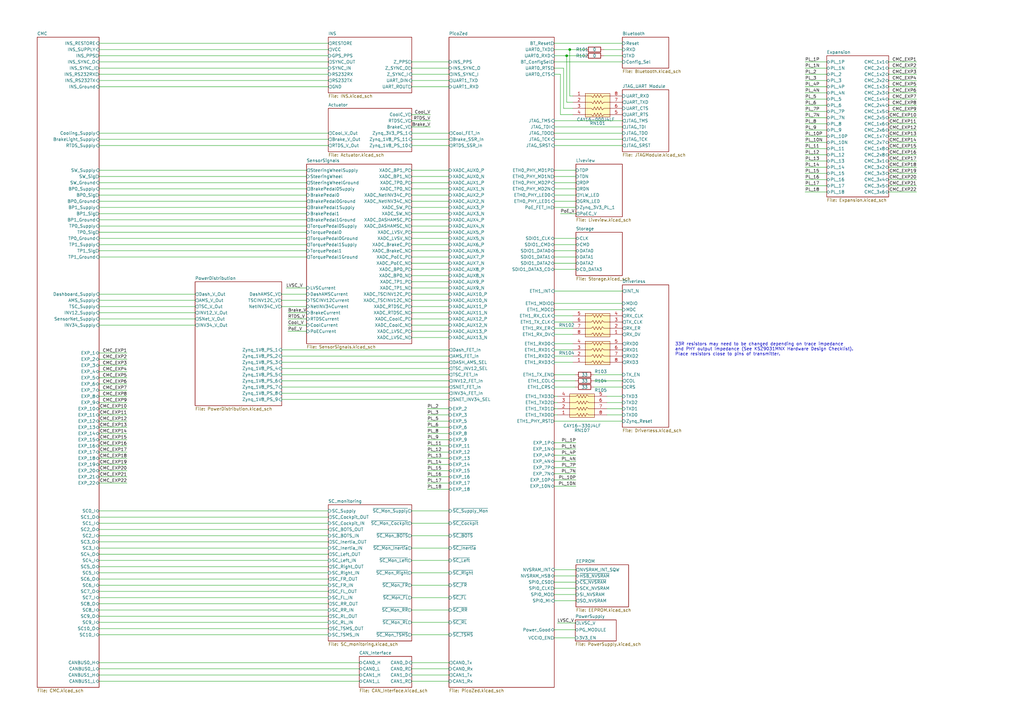
<source format=kicad_sch>
(kicad_sch (version 20231120) (generator "eeschema") (generator_version "8.0")
  (paper "A3")
  (title_block (title "Zynq-Based Master Controller") (date "2020-10-14") (rev "1.0") (company "JFH & SRM"))
  (lib_symbols
    (symbol "Device:R" (pin_numbers hide) (pin_names (offset 0))
      (property "Reference" "R" (at 2.032 0 90))
      (property "Value" "R" (at 0 0 90))
      (symbol "R_0_1"
        (rectangle (start -1.016 -2.54) (end 1.016 2.54) (stroke (width 0.254)))
      )
      (symbol "R_1_1"
        (pin passive line (at 0 3.81 270) (length 1.27) (name "~") (number "1"))
        (pin passive line (at 0 -3.81 90) (length 1.27) (name "~") (number "2"))
      )
    )
    (symbol "Vikings_passives:CAY16-000J4LF" (pin_names (offset 1.016) hide)
      (property "Reference" "RN" (at 8.255 5.08 0))
      (property "Value" "CAY16-000J4LF" (at 1.905 2.54 0))
      (symbol "CAY16-000J4LF_0_1"
        (polyline (pts (xy 5.08 -7.62) (xy 7.62 -7.62) (xy 8.255 -8.255) (xy 8.89 -6.985) (xy 9.525 -8.255) (xy 10.16 -6.985) (xy 10.795 -8.255) (xy 11.43 -6.985) (xy 12.065 -8.255) (xy 12.7 -7.62) (xy 15.24 -7.62)))
      )
      (symbol "CAY16-000J4LF_1_1"
        (polyline (pts (xy 5.08 -5.08) (xy 7.62 -5.08) (xy 8.255 -5.715) (xy 8.89 -4.445) (xy 9.525 -5.715) (xy 10.16 -4.445) (xy 10.795 -5.715) (xy 11.43 -4.445) (xy 12.065 -5.715) (xy 12.7 -5.08) (xy 15.24 -5.08)))
        (polyline (pts (xy 5.08 -2.54) (xy 7.62 -2.54) (xy 8.255 -3.175) (xy 8.89 -1.905) (xy 9.525 -3.175) (xy 10.16 -1.905) (xy 10.795 -3.175) (xy 11.43 -1.905) (xy 12.065 -3.175) (xy 12.7 -2.54) (xy 15.24 -2.54)))
        (polyline (pts (xy 5.08 0) (xy 7.62 0) (xy 8.255 -0.635) (xy 8.89 0.635) (xy 9.525 -0.635) (xy 10.16 0.635) (xy 10.795 -0.635) (xy 11.43 0.635) (xy 12.065 -0.635) (xy 12.7 0) (xy 15.24 0)))
        (rectangle (start 5.08 -8.6106) (end 15.24 1.0414) (fill (type background)))
        (pin passive line (at 0 0 0) (length 5.08) (name "1") (number "1"))
        (pin passive line (at 0 -2.54 0) (length 5.08) (name "2") (number "2"))
        (pin passive line (at 0 -5.08 0) (length 5.08) (name "3") (number "3"))
        (pin passive line (at 0 -7.62 0) (length 5.08) (name "4") (number "4"))
        (pin passive line (at 20.32 -7.62 180) (length 5.08) (name "5") (number "5"))
        (pin passive line (at 20.32 -5.08 180) (length 5.08) (name "6") (number "6"))
        (pin passive line (at 20.32 -2.54 180) (length 5.08) (name "7") (number "7"))
        (pin passive line (at 20.32 0 180) (length 5.08) (name "8") (number "8"))
      )
    )
    (symbol "Vikings_passives:CAY16-330J4LF" (pin_names (offset 1.016) hide)
      (property "Reference" "RN" (at 8.255 5.08 0))
      (property "Value" "CAY16-330J4LF" (at 1.905 2.54 0))
      (symbol "CAY16-330J4LF_0_1"
        (polyline (pts (xy 5.08 -7.62) (xy 7.62 -7.62) (xy 8.255 -8.255) (xy 8.89 -6.985) (xy 9.525 -8.255) (xy 10.16 -6.985) (xy 10.795 -8.255) (xy 11.43 -6.985) (xy 12.065 -8.255) (xy 12.7 -7.62) (xy 15.24 -7.62)))
      )
      (symbol "CAY16-330J4LF_1_1"
        (polyline (pts (xy 5.08 -5.08) (xy 7.62 -5.08) (xy 8.255 -5.715) (xy 8.89 -4.445) (xy 9.525 -5.715) (xy 10.16 -4.445) (xy 10.795 -5.715) (xy 11.43 -4.445) (xy 12.065 -5.715) (xy 12.7 -5.08) (xy 15.24 -5.08)))
        (polyline (pts (xy 5.08 -2.54) (xy 7.62 -2.54) (xy 8.255 -3.175) (xy 8.89 -1.905) (xy 9.525 -3.175) (xy 10.16 -1.905) (xy 10.795 -3.175) (xy 11.43 -1.905) (xy 12.065 -3.175) (xy 12.7 -2.54) (xy 15.24 -2.54)))
        (polyline (pts (xy 5.08 0) (xy 7.62 0) (xy 8.255 -0.635) (xy 8.89 0.635) (xy 9.525 -0.635) (xy 10.16 0.635) (xy 10.795 -0.635) (xy 11.43 0.635) (xy 12.065 -0.635) (xy 12.7 0) (xy 15.24 0)))
        (rectangle (start 5.08 -8.6106) (end 15.24 1.0414) (fill (type background)))
        (pin passive line (at 0 0 0) (length 5.08) (name "1") (number "1"))
        (pin passive line (at 0 -2.54 0) (length 5.08) (name "2") (number "2"))
        (pin passive line (at 0 -5.08 0) (length 5.08) (name "3") (number "3"))
        (pin passive line (at 0 -7.62 0) (length 5.08) (name "4") (number "4"))
        (pin passive line (at 20.32 -7.62 180) (length 5.08) (name "5") (number "5"))
        (pin passive line (at 20.32 -5.08 180) (length 5.08) (name "6") (number "6"))
        (pin passive line (at 20.32 -2.54 180) (length 5.08) (name "7") (number "7"))
        (pin passive line (at 20.32 0 180) (length 5.08) (name "8") (number "8"))
      )
    )
  )
  (junction (at 232.41 22.86))
  (junction (at 233.68 20.32))
  (wire (pts (xy 227.33 22.86) (xy 232.41 22.86)))
  (wire (pts (xy 248.92 170.18) (xy 255.27 170.18)))
  (wire (pts (xy 40.64 185.42) (xy 52.07 185.42)))
  (wire (pts (xy 40.64 177.8) (xy 52.07 177.8)))
  (wire (pts (xy 330.2 38.1) (xy 339.09 38.1)))
  (wire (pts (xy 168.91 57.15) (xy 184.15 57.15)))
  (wire (pts (xy 227.33 69.85) (xy 236.22 69.85)))
  (wire (pts (xy 176.53 49.53) (xy 168.91 49.53)))
  (wire (pts (xy 234.95 44.45) (xy 231.14 44.45)))
  (wire (pts (xy 134.62 27.94) (xy 40.64 27.94)))
  (wire (pts (xy 40.64 152.4) (xy 52.07 152.4)))
  (wire (pts (xy 330.2 73.66) (xy 339.09 73.66)))
  (wire (pts (xy 236.22 196.85) (xy 227.33 196.85)))
  (wire (pts (xy 227.33 132.08) (xy 234.95 132.08)))
  (wire (pts (xy 330.2 53.34) (xy 339.09 53.34)))
  (wire (pts (xy 175.26 193.04) (xy 184.15 193.04)))
  (wire (pts (xy 115.57 123.19) (xy 125.73 123.19)))
  (wire (pts (xy 115.57 125.73) (xy 125.73 125.73)))
  (wire (pts (xy 227.33 49.53) (xy 255.27 49.53)))
  (wire (pts (xy 40.64 252.73) (xy 134.62 252.73)))
  (wire (pts (xy 227.33 236.22) (xy 236.22 236.22)))
  (wire (pts (xy 40.64 167.64) (xy 52.07 167.64)))
  (wire (pts (xy 134.62 57.15) (xy 40.64 57.15)))
  (wire (pts (xy 227.33 148.59) (xy 234.95 148.59)))
  (wire (pts (xy 175.26 195.58) (xy 184.15 195.58)))
  (wire (pts (xy 247.65 22.86) (xy 255.27 22.86)))
  (wire (pts (xy 168.91 120.65) (xy 184.15 120.65)))
  (wire (pts (xy 255.27 158.75) (xy 243.586 158.75)))
  (wire (pts (xy 227.33 172.72) (xy 255.27 172.72)))
  (wire (pts (xy 227.33 156.21) (xy 235.966 156.21)))
  (wire (pts (xy 364.49 55.88) (xy 375.92 55.88)))
  (wire (pts (xy 168.91 82.55) (xy 184.15 82.55)))
  (wire (pts (xy 184.15 276.86) (xy 168.91 276.86)))
  (wire (pts (xy 168.91 35.56) (xy 184.15 35.56)))
  (wire (pts (xy 147.32 271.78) (xy 40.64 271.78)))
  (wire (pts (xy 330.2 40.64) (xy 339.09 40.64)))
  (wire (pts (xy 168.91 224.79) (xy 184.15 224.79)))
  (wire (pts (xy 184.15 271.78) (xy 168.91 271.78)))
  (wire (pts (xy 134.62 234.95) (xy 40.64 234.95)))
  (wire (pts (xy 227.33 20.32) (xy 233.68 20.32)))
  (wire (pts (xy 228.6 170.18) (xy 227.33 170.18)))
  (wire (pts (xy 227.33 57.15) (xy 255.27 57.15)))
  (wire (pts (xy 330.2 35.56) (xy 339.09 35.56)))
  (wire (pts (xy 255.27 167.64) (xy 248.92 167.64)))
  (wire (pts (xy 227.33 246.38) (xy 236.22 246.38)))
  (wire (pts (xy 40.64 187.96) (xy 52.07 187.96)))
  (wire (pts (xy 40.64 195.58) (xy 52.07 195.58)))
  (wire (pts (xy 115.57 161.29) (xy 184.15 161.29)))
  (wire (pts (xy 168.91 30.48) (xy 184.15 30.48)))
  (wire (pts (xy 168.91 130.81) (xy 184.15 130.81)))
  (wire (pts (xy 40.64 102.87) (xy 125.73 102.87)))
  (wire (pts (xy 40.64 182.88) (xy 52.07 182.88)))
  (wire (pts (xy 40.64 227.33) (xy 134.62 227.33)))
  (wire (pts (xy 115.57 143.51) (xy 184.15 143.51)))
  (wire (pts (xy 40.64 242.57) (xy 134.62 242.57)))
  (wire (pts (xy 40.64 147.32) (xy 52.07 147.32)))
  (wire (pts (xy 40.64 232.41) (xy 134.62 232.41)))
  (wire (pts (xy 115.57 158.75) (xy 184.15 158.75)))
  (wire (pts (xy 227.33 146.05) (xy 234.95 146.05)))
  (wire (pts (xy 40.64 95.25) (xy 125.73 95.25)))
  (wire (pts (xy 234.95 41.91) (xy 232.41 41.91)))
  (wire (pts (xy 168.91 135.89) (xy 184.15 135.89)))
  (wire (pts (xy 115.57 151.13) (xy 184.15 151.13)))
  (wire (pts (xy 118.11 128.27) (xy 125.73 128.27)))
  (wire (pts (xy 227.33 241.3) (xy 236.22 241.3)))
  (wire (pts (xy 227.33 77.47) (xy 236.22 77.47)))
  (wire (pts (xy 147.32 276.86) (xy 40.64 276.86)))
  (wire (pts (xy 228.6 255.524) (xy 235.966 255.524)))
  (wire (pts (xy 227.33 110.49) (xy 236.22 110.49)))
  (wire (pts (xy 168.91 107.95) (xy 184.15 107.95)))
  (wire (pts (xy 40.64 160.02) (xy 52.07 160.02)))
  (wire (pts (xy 330.2 58.42) (xy 339.09 58.42)))
  (wire (pts (xy 168.91 72.39) (xy 184.15 72.39)))
  (wire (pts (xy 168.91 110.49) (xy 184.15 110.49)))
  (wire (pts (xy 168.91 115.57) (xy 184.15 115.57)))
  (wire (pts (xy 233.68 39.37) (xy 233.68 20.32)))
  (wire (pts (xy 168.91 80.01) (xy 184.15 80.01)))
  (wire (pts (xy 175.26 177.8) (xy 184.15 177.8)))
  (wire (pts (xy 40.64 274.32) (xy 147.32 274.32)))
  (wire (pts (xy 168.91 113.03) (xy 184.15 113.03)))
  (wire (pts (xy 134.62 219.71) (xy 40.64 219.71)))
  (wire (pts (xy 168.91 234.95) (xy 184.15 234.95)))
  (wire (pts (xy 168.91 125.73) (xy 184.15 125.73)))
  (wire (pts (xy 330.2 60.96) (xy 339.09 60.96)))
  (wire (pts (xy 175.26 185.42) (xy 184.15 185.42)))
  (wire (pts (xy 134.62 229.87) (xy 40.64 229.87)))
  (wire (pts (xy 134.62 212.09) (xy 40.64 212.09)))
  (wire (pts (xy 40.64 80.01) (xy 125.73 80.01)))
  (wire (pts (xy 168.91 27.94) (xy 184.15 27.94)))
  (wire (pts (xy 134.62 224.79) (xy 40.64 224.79)))
  (wire (pts (xy 236.22 186.69) (xy 227.33 186.69)))
  (wire (pts (xy 227.33 72.39) (xy 236.22 72.39)))
  (wire (pts (xy 168.91 95.25) (xy 184.15 95.25)))
  (wire (pts (xy 40.64 69.85) (xy 125.73 69.85)))
  (wire (pts (xy 40.64 72.39) (xy 125.73 72.39)))
  (wire (pts (xy 364.49 78.74) (xy 375.92 78.74)))
  (wire (pts (xy 175.26 198.12) (xy 184.15 198.12)))
  (wire (pts (xy 168.91 105.41) (xy 184.15 105.41)))
  (wire (pts (xy 134.62 20.32) (xy 40.64 20.32)))
  (wire (pts (xy 168.91 100.33) (xy 184.15 100.33)))
  (wire (pts (xy 233.68 20.32) (xy 240.03 20.32)))
  (wire (pts (xy 227.33 74.93) (xy 236.22 74.93)))
  (wire (pts (xy 134.62 250.19) (xy 40.64 250.19)))
  (wire (pts (xy 184.15 250.19) (xy 168.91 250.19)))
  (wire (pts (xy 168.91 279.4) (xy 184.15 279.4)))
  (wire (pts (xy 168.91 240.03) (xy 184.15 240.03)))
  (wire (pts (xy 364.49 68.58) (xy 375.92 68.58)))
  (wire (pts (xy 115.57 153.67) (xy 184.15 153.67)))
  (wire (pts (xy 227.33 105.41) (xy 236.22 105.41)))
  (wire (pts (xy 175.26 167.64) (xy 184.15 167.64)))
  (wire (pts (xy 234.95 46.99) (xy 229.87 46.99)))
  (wire (pts (xy 168.91 123.19) (xy 184.15 123.19)))
  (wire (pts (xy 40.64 154.94) (xy 52.07 154.94)))
  (wire (pts (xy 40.64 257.81) (xy 134.62 257.81)))
  (wire (pts (xy 168.91 69.85) (xy 184.15 69.85)))
  (wire (pts (xy 117.348 118.11) (xy 125.73 118.11)))
  (wire (pts (xy 227.33 52.07) (xy 255.27 52.07)))
  (wire (pts (xy 330.2 48.26) (xy 339.09 48.26)))
  (wire (pts (xy 364.49 48.26) (xy 375.92 48.26)))
  (wire (pts (xy 40.64 214.63) (xy 134.62 214.63)))
  (wire (pts (xy 40.64 82.55) (xy 125.73 82.55)))
  (wire (pts (xy 227.33 82.55) (xy 236.22 82.55)))
  (wire (pts (xy 330.2 63.5) (xy 339.09 63.5)))
  (wire (pts (xy 40.64 209.55) (xy 134.62 209.55)))
  (wire (pts (xy 255.27 162.56) (xy 248.92 162.56)))
  (wire (pts (xy 364.49 33.02) (xy 375.92 33.02)))
  (wire (pts (xy 168.91 33.02) (xy 184.15 33.02)))
  (wire (pts (xy 330.2 30.48) (xy 339.09 30.48)))
  (wire (pts (xy 176.53 52.07) (xy 168.91 52.07)))
  (wire (pts (xy 40.64 190.5) (xy 52.07 190.5)))
  (wire (pts (xy 175.26 172.72) (xy 184.15 172.72)))
  (wire (pts (xy 247.65 20.32) (xy 255.27 20.32)))
  (wire (pts (xy 227.33 158.75) (xy 235.966 158.75)))
  (wire (pts (xy 364.49 35.56) (xy 375.92 35.56)))
  (wire (pts (xy 134.62 260.35) (xy 40.64 260.35)))
  (wire (pts (xy 176.53 46.99) (xy 168.91 46.99)))
  (wire (pts (xy 364.49 73.66) (xy 375.92 73.66)))
  (wire (pts (xy 364.49 58.42) (xy 375.92 58.42)))
  (wire (pts (xy 364.49 60.96) (xy 375.92 60.96)))
  (wire (pts (xy 40.64 162.56) (xy 52.07 162.56)))
  (wire (pts (xy 134.62 255.27) (xy 40.64 255.27)))
  (wire (pts (xy 40.64 217.17) (xy 134.62 217.17)))
  (wire (pts (xy 231.14 27.94) (xy 227.33 27.94)))
  (wire (pts (xy 168.91 90.17) (xy 184.15 90.17)))
  (wire (pts (xy 40.64 74.93) (xy 125.73 74.93)))
  (wire (pts (xy 236.22 181.61) (xy 227.33 181.61)))
  (wire (pts (xy 134.62 245.11) (xy 40.64 245.11)))
  (wire (pts (xy 227.33 124.46) (xy 255.27 124.46)))
  (wire (pts (xy 168.91 102.87) (xy 184.15 102.87)))
  (wire (pts (xy 227.33 100.33) (xy 236.22 100.33)))
  (wire (pts (xy 168.91 59.69) (xy 184.15 59.69)))
  (wire (pts (xy 40.64 25.4) (xy 134.62 25.4)))
  (wire (pts (xy 236.22 238.76) (xy 227.33 238.76)))
  (wire (pts (xy 168.91 97.79) (xy 184.15 97.79)))
  (wire (pts (xy 115.57 146.05) (xy 184.15 146.05)))
  (wire (pts (xy 168.91 87.63) (xy 184.15 87.63)))
  (wire (pts (xy 115.57 148.59) (xy 184.15 148.59)))
  (wire (pts (xy 40.64 193.04) (xy 52.07 193.04)))
  (wire (pts (xy 364.49 25.4) (xy 375.92 25.4)))
  (wire (pts (xy 227.33 107.95) (xy 236.22 107.95)))
  (wire (pts (xy 118.11 130.81) (xy 125.73 130.81)))
  (wire (pts (xy 227.33 59.69) (xy 255.27 59.69)))
  (wire (pts (xy 232.41 22.86) (xy 240.03 22.86)))
  (wire (pts (xy 40.64 87.63) (xy 125.73 87.63)))
  (wire (pts (xy 227.33 127) (xy 255.27 127)))
  (wire (pts (xy 330.2 43.18) (xy 339.09 43.18)))
  (wire (pts (xy 364.49 76.2) (xy 375.92 76.2)))
  (wire (pts (xy 229.87 46.99) (xy 229.87 30.48)))
  (wire (pts (xy 175.26 182.88) (xy 184.15 182.88)))
  (wire (pts (xy 364.49 66.04) (xy 375.92 66.04)))
  (wire (pts (xy 248.92 165.1) (xy 255.27 165.1)))
  (wire (pts (xy 40.64 180.34) (xy 52.07 180.34)))
  (wire (pts (xy 175.26 175.26) (xy 184.15 175.26)))
  (wire (pts (xy 40.64 149.86) (xy 52.07 149.86)))
  (wire (pts (xy 255.27 153.67) (xy 243.586 153.67)))
  (wire (pts (xy 40.64 172.72) (xy 52.07 172.72)))
  (wire (pts (xy 330.2 78.74) (xy 339.09 78.74)))
  (wire (pts (xy 330.2 27.94) (xy 339.09 27.94)))
  (wire (pts (xy 40.64 59.69) (xy 134.62 59.69)))
  (wire (pts (xy 168.91 214.63) (xy 184.15 214.63)))
  (wire (pts (xy 168.91 245.11) (xy 184.15 245.11)))
  (wire (pts (xy 227.33 80.01) (xy 236.22 80.01)))
  (wire (pts (xy 330.2 76.2) (xy 339.09 76.2)))
  (wire (pts (xy 330.2 33.02) (xy 339.09 33.02)))
  (wire (pts (xy 227.33 129.54) (xy 234.95 129.54)))
  (wire (pts (xy 175.26 187.96) (xy 184.15 187.96)))
  (wire (pts (xy 364.49 50.8) (xy 375.92 50.8)))
  (wire (pts (xy 175.26 200.66) (xy 184.15 200.66)))
  (wire (pts (xy 229.87 87.63) (xy 236.22 87.63)))
  (wire (pts (xy 235.966 261.62) (xy 227.33 261.62)))
  (wire (pts (xy 40.64 105.41) (xy 125.73 105.41)))
  (wire (pts (xy 115.57 163.83) (xy 184.15 163.83)))
  (wire (pts (xy 115.57 156.21) (xy 184.15 156.21)))
  (wire (pts (xy 168.91 77.47) (xy 184.15 77.47)))
  (wire (pts (xy 228.6 165.1) (xy 227.33 165.1)))
  (wire (pts (xy 40.64 97.79) (xy 125.73 97.79)))
  (wire (pts (xy 255.27 156.21) (xy 243.586 156.21)))
  (wire (pts (xy 134.62 33.02) (xy 40.64 33.02)))
  (wire (pts (xy 364.49 27.94) (xy 375.92 27.94)))
  (wire (pts (xy 168.91 133.35) (xy 184.15 133.35)))
  (wire (pts (xy 40.64 85.09) (xy 125.73 85.09)))
  (wire (pts (xy 168.91 74.93) (xy 184.15 74.93)))
  (wire (pts (xy 364.49 30.48) (xy 375.92 30.48)))
  (wire (pts (xy 40.64 279.4) (xy 147.32 279.4)))
  (wire (pts (xy 330.2 50.8) (xy 339.09 50.8)))
  (wire (pts (xy 236.22 191.77) (xy 227.33 191.77)))
  (wire (pts (xy 227.33 54.61) (xy 255.27 54.61)))
  (wire (pts (xy 184.15 260.35) (xy 168.91 260.35)))
  (wire (pts (xy 40.64 30.48) (xy 134.62 30.48)))
  (wire (pts (xy 227.33 102.87) (xy 236.22 102.87)))
  (wire (pts (xy 364.49 40.64) (xy 375.92 40.64)))
  (wire (pts (xy 330.2 45.72) (xy 339.09 45.72)))
  (wire (pts (xy 40.64 54.61) (xy 134.62 54.61)))
  (wire (pts (xy 330.2 66.04) (xy 339.09 66.04)))
  (wire (pts (xy 227.33 140.97) (xy 234.95 140.97)))
  (wire (pts (xy 232.41 41.91) (xy 232.41 22.86)))
  (wire (pts (xy 168.91 128.27) (xy 184.15 128.27)))
  (wire (pts (xy 236.22 243.84) (xy 227.33 243.84)))
  (wire (pts (xy 134.62 240.03) (xy 40.64 240.03)))
  (wire (pts (xy 40.64 128.27) (xy 80.01 128.27)))
  (wire (pts (xy 330.2 68.58) (xy 339.09 68.58)))
  (wire (pts (xy 40.64 165.1) (xy 52.07 165.1)))
  (wire (pts (xy 80.01 130.81) (xy 40.64 130.81)))
  (wire (pts (xy 227.33 85.09) (xy 236.22 85.09)))
  (wire (pts (xy 118.11 135.89) (xy 125.73 135.89)))
  (wire (pts (xy 115.57 120.65) (xy 125.73 120.65)))
  (wire (pts (xy 80.01 120.65) (xy 40.64 120.65)))
  (wire (pts (xy 229.87 30.48) (xy 227.33 30.48)))
  (wire (pts (xy 227.33 97.79) (xy 236.22 97.79)))
  (wire (pts (xy 227.33 162.56) (xy 228.6 162.56)))
  (wire (pts (xy 134.62 17.78) (xy 40.64 17.78)))
  (wire (pts (xy 40.64 77.47) (xy 125.73 77.47)))
  (wire (pts (xy 40.64 247.65) (xy 134.62 247.65)))
  (wire (pts (xy 40.64 198.12) (xy 52.07 198.12)))
  (wire (pts (xy 118.11 133.35) (xy 125.73 133.35)))
  (wire (pts (xy 227.33 167.64) (xy 228.6 167.64)))
  (wire (pts (xy 40.64 144.78) (xy 52.07 144.78)))
  (wire (pts (xy 40.64 237.49) (xy 134.62 237.49)))
  (wire (pts (xy 236.22 194.31) (xy 227.33 194.31)))
  (wire (pts (xy 234.95 39.37) (xy 233.68 39.37)))
  (wire (pts (xy 236.22 233.68) (xy 227.33 233.68)))
  (wire (pts (xy 134.62 35.56) (xy 40.64 35.56)))
  (wire (pts (xy 364.49 53.34) (xy 375.92 53.34)))
  (wire (pts (xy 168.91 54.61) (xy 184.15 54.61)))
  (wire (pts (xy 184.15 138.43) (xy 168.91 138.43)))
  (wire (pts (xy 168.91 274.32) (xy 184.15 274.32)))
  (wire (pts (xy 227.33 137.16) (xy 234.95 137.16)))
  (wire (pts (xy 227.33 143.51) (xy 234.95 143.51)))
  (wire (pts (xy 227.33 17.78) (xy 255.27 17.78)))
  (wire (pts (xy 175.26 180.34) (xy 184.15 180.34)))
  (wire (pts (xy 231.14 44.45) (xy 231.14 27.94)))
  (wire (pts (xy 236.22 199.39) (xy 227.33 199.39)))
  (wire (pts (xy 40.64 170.18) (xy 52.07 170.18)))
  (wire (pts (xy 40.64 123.19) (xy 80.01 123.19)))
  (wire (pts (xy 168.91 85.09) (xy 184.15 85.09)))
  (wire (pts (xy 330.2 55.88) (xy 339.09 55.88)))
  (wire (pts (xy 168.91 92.71) (xy 184.15 92.71)))
  (wire (pts (xy 364.49 71.12) (xy 375.92 71.12)))
  (wire (pts (xy 236.22 189.23) (xy 227.33 189.23)))
  (wire (pts (xy 330.2 25.4) (xy 339.09 25.4)))
  (wire (pts (xy 184.15 219.71) (xy 168.91 219.71)))
  (wire (pts (xy 168.91 118.11) (xy 184.15 118.11)))
  (wire (pts (xy 40.64 222.25) (xy 134.62 222.25)))
  (wire (pts (xy 40.64 100.33) (xy 125.73 100.33)))
  (wire (pts (xy 184.15 209.55) (xy 168.91 209.55)))
  (wire (pts (xy 364.49 45.72) (xy 375.92 45.72)))
  (wire (pts (xy 364.49 38.1) (xy 375.92 38.1)))
  (wire (pts (xy 227.33 119.38) (xy 255.27 119.38)))
  (wire (pts (xy 40.64 157.48) (xy 52.07 157.48)))
  (wire (pts (xy 40.64 22.86) (xy 134.62 22.86)))
  (wire (pts (xy 168.91 25.4) (xy 184.15 25.4)))
  (wire (pts (xy 364.49 43.18) (xy 375.92 43.18)))
  (wire (pts (xy 175.26 190.5) (xy 184.15 190.5)))
  (wire (pts (xy 40.64 175.26) (xy 52.07 175.26)))
  (wire (pts (xy 330.2 71.12) (xy 339.09 71.12)))
  (wire (pts (xy 235.966 258.318) (xy 227.33 258.318)))
  (wire (pts (xy 364.49 63.5) (xy 375.92 63.5)))
  (wire (pts (xy 184.15 229.87) (xy 168.91 229.87)))
  (wire (pts (xy 227.33 134.62) (xy 234.95 134.62)))
  (wire (pts (xy 227.33 25.4) (xy 255.27 25.4)))
  (wire (pts (xy 40.64 90.17) (xy 125.73 90.17)))
  (wire (pts (xy 40.64 92.71) (xy 125.73 92.71)))
  (wire (pts (xy 80.01 125.73) (xy 40.64 125.73)))
  (wire (pts (xy 40.64 133.35) (xy 80.01 133.35)))
  (wire (pts (xy 236.22 184.15) (xy 227.33 184.15)))
  (wire (pts (xy 168.91 255.27) (xy 184.15 255.27)))
  (wire (pts (xy 227.33 153.67) (xy 235.966 153.67)))
  (wire (pts (xy 175.26 170.18) (xy 184.15 170.18)))
  (text "33R resistors may need to be changed depending on trace impedance\nand PHY output impedance (See KSZ9031MNX Hardware Design Checklist).\nPlace resistors close to pins of transmitter." (at 276.86 146.05 0) (effects (font (size 1.27 1.27)) (justify left bottom)))
  (label "PL_10N" (at 236.22 199.39 180))
  (label "CMC_EXP5" (at 52.07 154.94 180))
  (label "PL_18" (at 175.26 200.66 0))
  (label "CMC_EXP20" (at 52.07 193.04 180))
  (label "CMC_EXP3" (at 52.07 149.86 180))
  (label "Brake_V" (at 176.53 52.07 180))
  (label "CMC_EXP15" (at 375.92 60.96 180))
  (label "PL_1N" (at 330.2 27.94 0))
  (label "CMC_EXP11" (at 52.07 170.18 180))
  (label "PoE_V" (at 229.87 87.63 0))
  (label "LVSC_V" (at 228.6 255.524 0))
  (label "CMC_EXP13" (at 52.07 175.26 180))
  (label "PL_10P" (at 236.22 196.85 180))
  (label "CMC_EXP12" (at 375.92 53.34 180))
  (label "CMC_EXP14" (at 52.07 177.8 180))
  (label "PL_15" (at 175.26 193.04 0))
  (label "Brake_V" (at 118.11 128.27 0))
  (label "CMC_EXP11" (at 375.92 50.8 180))
  (label "CMC_EXP3" (at 375.92 30.48 180))
  (label "CMC_EXP8" (at 52.07 162.56 180))
  (label "PL_5" (at 175.26 172.72 0))
  (label "PL_4N" (at 236.22 189.23 180))
  (label "CMC_EXP22" (at 52.07 198.12 180))
  (label "PL_11" (at 330.2 60.96 0))
  (label "CMC_EXP10" (at 52.07 167.64 180))
  (label "CMC_EXP18" (at 52.07 187.96 180))
  (label "CMC_EXP1" (at 52.07 144.78 180))
  (label "PL_16" (at 330.2 73.66 0))
  (label "CMC_EXP2" (at 52.07 147.32 180))
  (label "PL_7N" (at 330.2 48.26 0))
  (label "CMC_EXP1" (at 375.92 25.4 180))
  (label "RTDS_V" (at 176.53 49.53 180))
  (label "CMC_EXP22" (at 375.92 78.74 180))
  (label "CMC_EXP21" (at 52.07 195.58 180))
  (label "CMC_EXP20" (at 375.92 73.66 180))
  (label "PL_10P" (at 330.2 55.88 0))
  (label "PL_11" (at 175.26 182.88 0))
  (label "CMC_EXP9" (at 375.92 45.72 180))
  (label "PL_12" (at 175.26 185.42 0))
  (label "PL_13" (at 330.2 66.04 0))
  (label "CMC_EXP9" (at 52.07 165.1 180))
  (label "CMC_EXP17" (at 52.07 185.42 180))
  (label "CMC_EXP8" (at 375.92 43.18 180))
  (label "PL_14" (at 175.26 190.5 0))
  (label "CMC_EXP14" (at 375.92 58.42 180))
  (label "PL_7P" (at 236.22 191.77 180))
  (label "CMC_EXP7" (at 52.07 160.02 180))
  (label "CMC_EXP15" (at 52.07 180.34 180))
  (label "CMC_EXP4" (at 375.92 33.02 180))
  (label "PL_2" (at 175.26 167.64 0))
  (label "PL_15" (at 330.2 71.12 0))
  (label "PL_4P" (at 330.2 35.56 0))
  (label "Cool_V" (at 176.53 46.99 180))
  (label "PL_6" (at 330.2 43.18 0))
  (label "CMC_EXP6" (at 375.92 38.1 180))
  (label "PL_9" (at 175.26 180.34 0))
  (label "Cool_V" (at 118.11 133.35 0))
  (label "PL_2" (at 330.2 30.48 0))
  (label "CMC_EXP19" (at 52.07 190.5 180))
  (label "CMC_EXP18" (at 375.92 68.58 180))
  (label "RTDS_V" (at 118.11 130.81 0))
  (label "CMC_EXP2" (at 375.92 27.94 180))
  (label "PL_17" (at 330.2 76.2 0))
  (label "CMC_EXP17" (at 375.92 66.04 180))
  (label "PL_7P" (at 330.2 45.72 0))
  (label "PL_17" (at 175.26 198.12 0))
  (label "PL_4P" (at 236.22 186.69 180))
  (label "PL_3" (at 175.26 170.18 0))
  (label "PL_16" (at 175.26 195.58 0))
  (label "PL_1P" (at 236.22 181.61 180))
  (label "CMC_EXP7" (at 375.92 40.64 180))
  (label "CMC_EXP16" (at 52.07 182.88 180))
  (label "CMC_EXP6" (at 52.07 157.48 180))
  (label "CMC_EXP19" (at 375.92 71.12 180))
  (label "PoE_V" (at 118.11 135.89 0))
  (label "CMC_EXP5" (at 375.92 35.56 180))
  (label "PL_1N" (at 236.22 184.15 180))
  (label "PL_7N" (at 236.22 194.31 180))
  (label "PL_8" (at 175.26 177.8 0))
  (label "CMC_EXP10" (at 375.92 48.26 180))
  (label "CMC_EXP16" (at 375.92 63.5 180))
  (label "CMC_EXP4" (at 52.07 152.4 180))
  (label "PL_8" (at 330.2 50.8 0))
  (label "PL_10N" (at 330.2 58.42 0))
  (label "PL_6" (at 175.26 175.26 0))
  (label "PL_9" (at 330.2 53.34 0))
  (label "PL_3" (at 330.2 33.02 0))
  (label "PL_5" (at 330.2 40.64 0))
  (label "CMC_EXP13" (at 375.92 55.88 180))
  (label "PL_12" (at 330.2 63.5 0))
  (label "PL_13" (at 175.26 187.96 0))
  (label "CMC_EXP21" (at 375.92 76.2 180))
  (label "PL_4N" (at 330.2 38.1 0))
  (label "PL_18" (at 330.2 78.74 0))
  (label "LVSC_V" (at 117.348 118.11 0))
  (label "PL_14" (at 330.2 68.58 0))
  (label "PL_1P" (at 330.2 25.4 0))
  (label "CMC_EXP12" (at 52.07 172.72 180))
  (symbol (lib_id "Vikings_passives:CAY16-000J4LF") (at 234.95 39.37 0) (unit 1)
    (property "Reference" "RN101" (at 245.11 50.546 0))
    (property "Value" "CAY16-000J4LF" (at 244.348 49.022 0))
    (property "Footprint" "Vikings_devices:RESCAF80P320X160X60-8N" (effects (hide yes)))
    (property "Field4" "Bourns" (effects (hide yes)))
  )
  (symbol (lib_id "Vikings_passives:CAY16-330J4LF") (at 228.6 170.18 0) (mirror x) (unit 1)
    (property "Reference" "RN107" (at 238.76 176.53 0))
    (property "Value" "CAY16-330J4LF" (at 238.76 174.625 0))
    (property "Footprint" "Vikings_devices:RESCAF80P320X160X60-8N" (effects (hide yes)))
    (property "Field4" "Bourns" (effects (hide yes)))
  )
  (symbol (lib_id "Vikings_passives:CAY16-330J4LF") (at 234.95 148.59 0) (mirror x) (unit 1)
    (property "Reference" "RN104" (at 232.41 144.78 0))
    (property "Value" "CAY16-330J4LF" (effects (hide yes)))
    (property "Footprint" "Vikings_devices:RESCAF80P320X160X60-8N" (effects (hide yes)))
    (property "Field4" "Bourns" (effects (hide yes)))
  )
  (symbol (lib_id "Vikings_passives:CAY16-330J4LF") (at 255.27 137.16 180) (unit 1)
    (property "Reference" "RN102" (at 232.41 133.35 0))
    (property "Value" "CAY16-330J4LF" (effects (hide yes)))
    (property "Footprint" "Vikings_devices:RESCAF80P320X160X60-8N" (effects (hide yes)))
    (property "Field4" "Bourns" (effects (hide yes)))
  )
  (symbol (lib_id "Device:R") (at 243.84 20.32 90) (unit 1)
    (property "Reference" "R101" (at 238.76 20.32 90))
    (property "Value" "0" (at 243.84 20.32 90))
    (property "Footprint" "Resistor_SMD:R_0603_1608Metric" (effects (hide yes)))
  )
  (symbol (lib_id "Device:R") (at 243.84 22.86 90) (unit 1)
    (property "Reference" "R102" (at 238.76 22.86 90))
    (property "Value" "0" (at 243.84 22.86 90))
    (property "Footprint" "Resistor_SMD:R_0603_1608Metric" (effects (hide yes)))
  )
  (symbol (lib_id "Device:R") (at 239.776 153.67 270) (unit 1)
    (property "Reference" "R103" (at 246.38 152.4 90))
    (property "Value" "33" (at 239.776 153.67 90))
    (property "Footprint" "Resistor_SMD:R_0603_1608Metric" (effects (hide yes)))
  )
  (symbol (lib_id "Device:R") (at 239.776 156.21 270) (unit 1)
    (property "Reference" "R104" (at 246.38 156.21 90))
    (property "Value" "33" (at 239.776 156.21 90))
    (property "Footprint" "Resistor_SMD:R_0603_1608Metric" (effects (hide yes)))
  )
  (symbol (lib_id "Device:R") (at 239.776 158.75 270) (unit 1)
    (property "Reference" "R105" (at 246.38 160.02 90))
    (property "Value" "33" (at 239.776 158.75 90))
    (property "Footprint" "Resistor_SMD:R_0603_1608Metric" (effects (hide yes)))
  )
  (sheet (at 184.15 15.24) (size 43.18 266.7)
    (property "Sheetname" "PicoZed" (at 184.15 14.5284 0) (effects (justify left bottom)))
    (property "Sheetfile" "PicoZed.kicad_sch" (at 184.15 282.5246 0) (effects (justify left top)))
    (pin "SDIO1_CLK" bidirectional (at 227.33 97.79 0))
    (pin "SDIO1_CMD" bidirectional (at 227.33 100.33 0))
    (pin "SDIO1_DATA1" bidirectional (at 227.33 105.41 0))
    (pin "SDIO1_DATA0" bidirectional (at 227.33 102.87 0))
    (pin "SDIO1_DATA2" bidirectional (at 227.33 107.95 0))
    (pin "SDIO1_DATA3_CD" bidirectional (at 227.33 110.49 0))
    (pin "ETH0_PHY_MD1P" output (at 227.33 69.85 0))
    (pin "ETH0_PHY_MD1N" output (at 227.33 72.39 0))
    (pin "ETH0_PHY_MD2P" input (at 227.33 74.93 0))
    (pin "ETH0_PHY_MD2N" input (at 227.33 77.47 0))
    (pin "ETH0_PHY_LED0" input (at 227.33 80.01 0))
    (pin "ETH0_PHY_LED1" input (at 227.33 82.55 0))
    (pin "JTAG_TMS" input (at 227.33 49.53 0))
    (pin "JTAG_TDI" input (at 227.33 52.07 0))
    (pin "JTAG_TCK" input (at 227.33 57.15 0))
    (pin "JTAG_SRST" input (at 227.33 59.69 0))
    (pin "JTAG_TDO" output (at 227.33 54.61 0))
    (pin "BT_Reset" output (at 227.33 17.78 0))
    (pin "UART0_TXD" output (at 227.33 20.32 0))
    (pin "UART0_RTS" output (at 227.33 27.94 0))
    (pin "UART0_CTS" input (at 227.33 30.48 0))
    (pin "UART0_RXD" input (at 227.33 22.86 0))
    (pin "ETH1_TXD0" output (at 227.33 170.18 0))
    (pin "ETH1_TXD1" output (at 227.33 167.64 0))
    (pin "ETH1_TXD2" output (at 227.33 165.1 0))
    (pin "ETH1_TXD3" output (at 227.33 162.56 0))
    (pin "ETH1_TX_CLK" input (at 227.33 132.08 0))
    (pin "ETH1_TX_EN" output (at 227.33 153.67 0))
    (pin "ETH1_MDC" output (at 227.33 127 0))
    (pin "ETH1_MDIO" output (at 227.33 124.46 0))
    (pin "ETH1_RXD0" input (at 227.33 140.97 0))
    (pin "ETH1_RXD1" input (at 227.33 143.51 0))
    (pin "ETH1_RXD2" input (at 227.33 146.05 0))
    (pin "ETH1_RXD3" input (at 227.33 148.59 0))
    (pin "ETH1_RX_DV" input (at 227.33 137.16 0))
    (pin "ETH1_RX_ER" input (at 227.33 134.62 0))
    (pin "ETH1_RX_CLK" input (at 227.33 129.54 0))
    (pin "ETH1_CRS" input (at 227.33 158.75 0))
    (pin "ETH1_COL" input (at 227.33 156.21 0))
    (pin "ETH1_INT" input (at 227.33 119.38 0))
    (pin "XADC_AUX0_P" input (at 184.15 69.85 180))
    (pin "XADC_AUX0_N" input (at 184.15 72.39 180))
    (pin "XADC_AUX1_P" input (at 184.15 74.93 180))
    (pin "XADC_AUX1_N" input (at 184.15 77.47 180))
    (pin "XADC_AUX2_P" input (at 184.15 80.01 180))
    (pin "XADC_AUX2_N" input (at 184.15 82.55 180))
    (pin "XADC_AUX3_P" input (at 184.15 85.09 180))
    (pin "XADC_AUX3_N" input (at 184.15 87.63 180))
    (pin "XADC_AUX4_P" input (at 184.15 90.17 180))
    (pin "XADC_AUX4_N" input (at 184.15 92.71 180))
    (pin "XADC_AUX5_P" input (at 184.15 95.25 180))
    (pin "XADC_AUX5_N" input (at 184.15 97.79 180))
    (pin "XADC_AUX6_P" input (at 184.15 100.33 180))
    (pin "XADC_AUX6_N" input (at 184.15 102.87 180))
    (pin "XADC_AUX7_P" input (at 184.15 105.41 180))
    (pin "XADC_AUX7_N" input (at 184.15 107.95 180))
    (pin "XADC_AUX8_P" input (at 184.15 110.49 180))
    (pin "XADC_AUX8_N" input (at 184.15 113.03 180))
    (pin "XADC_AUX9_P" input (at 184.15 115.57 180))
    (pin "XADC_AUX9_N" input (at 184.15 118.11 180))
    (pin "XADC_AUX10_P" input (at 184.15 120.65 180))
    (pin "XADC_AUX10_N" input (at 184.15 123.19 180))
    (pin "XADC_AUX11_P" input (at 184.15 125.73 180))
    (pin "XADC_AUX11_N" input (at 184.15 128.27 180))
    (pin "UART1_RXD" input (at 184.15 35.56 180))
    (pin "UART1_TXD" output (at 184.15 33.02 180))
    (pin "INS_SYNC_I" output (at 184.15 30.48 180))
    (pin "INS_SYNC_O" input (at 184.15 27.94 180))
    (pin "INS_PPS" input (at 184.15 25.4 180))
    (pin "Dash_FET_In" output (at 184.15 143.51 180))
    (pin "AMS_FET_In" output (at 184.15 146.05 180))
    (pin "DASH_AMS_SEL" output (at 184.15 148.59 180))
    (pin "TSC_INV12_SEL" output (at 184.15 151.13 180))
    (pin "TSC_FET_In" output (at 184.15 153.67 180))
    (pin "INV12_FET_In" output (at 184.15 156.21 180))
    (pin "SNET_FET_In" output (at 184.15 158.75 180))
    (pin "INV34_FET_In" output (at 184.15 161.29 180))
    (pin "SNET_INV34_SEL" output (at 184.15 163.83 180))
    (pin "XADC_AUX12_P" input (at 184.15 130.81 180))
    (pin "XADC_AUX12_N" input (at 184.15 133.35 180))
    (pin "RTDS_SSR_In" output (at 184.15 59.69 180))
    (pin "Brake_SSR_In" output (at 184.15 57.15 180))
    (pin "Cool_FET_In" output (at 184.15 54.61 180))
    (pin "~{SC_Supply_Mon}" input (at 184.15 209.55 180))
    (pin "~{SC_Cockpit}" input (at 184.15 214.63 180))
    (pin "~{SC_BOTS}" input (at 184.15 219.71 180))
    (pin "~{SC_Inertia}" input (at 184.15 224.79 180))
    (pin "~{SC_Left}" input (at 184.15 229.87 180))
    (pin "~{SC_Right}" input (at 184.15 234.95 180))
    (pin "~{SC_FR}" input (at 184.15 240.03 180))
    (pin "~{SC_FL}" input (at 184.15 245.11 180))
    (pin "~{SC_RR}" input (at 184.15 250.19 180))
    (pin "~{SC_RL}" input (at 184.15 255.27 180))
    (pin "~{SC_TSMS}" input (at 184.15 260.35 180))
    (pin "CAN0_Tx" output (at 184.15 271.78 180))
    (pin "CAN0_Rx" input (at 184.15 274.32 180))
    (pin "CAN1_Rx" input (at 184.15 279.4 180))
    (pin "CAN1_Tx" output (at 184.15 276.86 180))
    (pin "Power_Good" bidirectional (at 227.33 258.318 0))
    (pin "VCCIO_EN" output (at 227.33 261.62 0))
    (pin "SPI0_MI" input (at 227.33 246.38 0))
    (pin "SPI0_MO" output (at 227.33 243.84 0))
    (pin "SPI0_CLK" output (at 227.33 241.3 0))
    (pin "SPI0_CS0" output (at 227.33 238.76 0))
    (pin "NVSRAM_HSB" bidirectional (at 227.33 236.22 0))
    (pin "NVSRAM_INT" input (at 227.33 233.68 0))
    (pin "ETH1_PHY_RST" output (at 227.33 172.72 0))
    (pin "PoE_FET_In" output (at 227.33 85.09 0))
    (pin "BT_ConfigSel" output (at 227.33 25.4 0))
    (pin "XADC_AUX13_P" input (at 184.15 135.89 180))
    (pin "XADC_AUX13_N" input (at 184.15 138.43 180))
    (pin "EXP_1P" bidirectional (at 227.33 181.61 0))
    (pin "EXP_1N" bidirectional (at 227.33 184.15 0))
    (pin "EXP_4P" bidirectional (at 227.33 186.69 0))
    (pin "EXP_4N" bidirectional (at 227.33 189.23 0))
    (pin "EXP_7P" bidirectional (at 227.33 191.77 0))
    (pin "EXP_7N" bidirectional (at 227.33 194.31 0))
    (pin "EXP_10P" bidirectional (at 227.33 196.85 0))
    (pin "EXP_10N" bidirectional (at 227.33 199.39 0))
    (pin "EXP_11" input (at 184.15 182.88 180))
    (pin "EXP_12" input (at 184.15 185.42 180))
    (pin "EXP_3" input (at 184.15 170.18 180))
    (pin "EXP_2" input (at 184.15 167.64 180))
    (pin "EXP_15" bidirectional (at 184.15 193.04 180))
    (pin "EXP_16" bidirectional (at 184.15 195.58 180))
    (pin "EXP_14" bidirectional (at 184.15 190.5 180))
    (pin "EXP_13" bidirectional (at 184.15 187.96 180))
    (pin "EXP_5" bidirectional (at 184.15 172.72 180))
    (pin "EXP_6" bidirectional (at 184.15 175.26 180))
    (pin "EXP_18" bidirectional (at 184.15 200.66 180))
    (pin "EXP_17" bidirectional (at 184.15 198.12 180))
    (pin "EXP_8" bidirectional (at 184.15 177.8 180))
    (pin "EXP_9" bidirectional (at 184.15 180.34 180))
  )
  (sheet (at 236.22 95.25) (size 19.05 17.78)
    (property "Sheetname" "Storage" (at 236.22 94.5384 0) (effects (justify left bottom)))
    (property "Sheetfile" "Storage.kicad_sch" (at 236.22 113.6146 0) (effects (justify left top)))
    (pin "CLK" bidirectional (at 236.22 97.79 180))
    (pin "CMD" bidirectional (at 236.22 100.33 180))
    (pin "DATA0" bidirectional (at 236.22 102.87 180))
    (pin "DATA1" bidirectional (at 236.22 105.41 180))
    (pin "DATA2" bidirectional (at 236.22 107.95 180))
    (pin "CD_DATA3" bidirectional (at 236.22 110.49 180))
  )
  (sheet (at 236.22 67.31) (size 19.05 21.59)
    (property "Sheetname" "Liveview" (at 236.22 66.5984 0) (effects (justify left bottom)))
    (property "Sheetfile" "Liveview.kicad_sch" (at 236.22 89.4846 0) (effects (justify left top)))
    (pin "TDP" input (at 236.22 69.85 180))
    (pin "TDN" input (at 236.22 72.39 180))
    (pin "RDP" output (at 236.22 74.93 180))
    (pin "RDN" output (at 236.22 77.47 180))
    (pin "GRN_LED" output (at 236.22 82.55 180))
    (pin "YLW_LED" output (at 236.22 80.01 180))
    (pin "PoEC_V" output (at 236.22 87.63 180))
    (pin "Zynq_3V3_PL_1" input (at 236.22 85.09 180))
  )
  (sheet (at 255.27 36.83) (size 19.05 25.4)
    (property "Sheetname" "JTAG_UART Module" (at 255.27 36.1184 0) (effects (justify left bottom)))
    (property "Sheetfile" "JTAGModule.kicad_sch" (at 255.27 62.8146 0) (effects (justify left top)))
    (pin "JTAG_SRST" output (at 255.27 59.69 180))
    (pin "JTAG_TCK" output (at 255.27 57.15 180))
    (pin "JTAG_TDO" input (at 255.27 54.61 180))
    (pin "JTAG_TDI" output (at 255.27 52.07 180))
    (pin "JTAG_TMS" output (at 255.27 49.53 180))
    (pin "UART_CTS" input (at 255.27 44.45 180))
    (pin "UART_RXD" input (at 255.27 39.37 180))
    (pin "UART_TXD" output (at 255.27 41.91 180))
    (pin "UART_RTS" output (at 255.27 46.99 180))
  )
  (sheet (at 255.27 116.84) (size 19.05 58.42)
    (property "Sheetname" "Driverless" (at 255.27 116.1284 0) (effects (justify left bottom)))
    (property "Sheetfile" "Driverless.kicad_sch" (at 255.27 175.8446 0) (effects (justify left top)))
    (pin "TXD0" input (at 255.27 170.18 180))
    (pin "TXD1" input (at 255.27 167.64 180))
    (pin "TXD2" input (at 255.27 165.1 180))
    (pin "TXD3" input (at 255.27 162.56 180))
    (pin "TX_CLK" output (at 255.27 132.08 180))
    (pin "TX_EN" input (at 255.27 153.67 180))
    (pin "RXD0" output (at 255.27 140.97 180))
    (pin "RXD1" output (at 255.27 143.51 180))
    (pin "RXD2" output (at 255.27 146.05 180))
    (pin "RXD3" output (at 255.27 148.59 180))
    (pin "RX_DV" output (at 255.27 137.16 180))
    (pin "RX_ER" output (at 255.27 134.62 180))
    (pin "RX_CLK" output (at 255.27 129.54 180))
    (pin "MDC" input (at 255.27 127 180))
    (pin "MDIO" input (at 255.27 124.46 180))
    (pin "COL" output (at 255.27 156.21 180))
    (pin "CRS" output (at 255.27 158.75 180))
    (pin "INT_N" output (at 255.27 119.38 180))
    (pin "Zynq_Reset" input (at 255.27 172.72 180))
  )
  (sheet (at 255.27 15.24) (size 19.05 12.7)
    (property "Sheetname" "Bluetooth" (at 255.27 14.5284 0) (effects (justify left bottom)))
    (property "Sheetfile" "Bluetooth.kicad_sch" (at 255.27 28.5246 0) (effects (justify left top)))
    (pin "Reset" input (at 255.27 17.78 180))
    (pin "RXD" input (at 255.27 20.32 180))
    (pin "TXD" output (at 255.27 22.86 180))
    (pin "Config_Sel" input (at 255.27 25.4 180))
  )
  (sheet (at 147.32 269.24) (size 21.59 12.7)
    (property "Sheetname" "CAN_Interface" (at 147.32 268.5284 0) (effects (justify left bottom)))
    (property "Sheetfile" "CAN_Interface.kicad_sch" (at 147.32 282.5246 0) (effects (justify left top)))
    (pin "CAN0_D" input (at 168.91 271.78 0))
    (pin "CAN0_R" output (at 168.91 274.32 0))
    (pin "CAN1_D" input (at 168.91 276.86 0))
    (pin "CAN1_R" output (at 168.91 279.4 0))
    (pin "CAN0_H" bidirectional (at 147.32 271.78 180))
    (pin "CAN0_L" bidirectional (at 147.32 274.32 180))
    (pin "CAN1_H" bidirectional (at 147.32 276.86 180))
    (pin "CAN1_L" bidirectional (at 147.32 279.4 180))
  )
  (sheet (at 134.62 207.01) (size 34.29 55.88)
    (property "Sheetname" "SC_monitoring" (at 134.62 206.2984 0) (effects (justify left bottom)))
    (property "Sheetfile" "SC_monitoring.kicad_sch" (at 134.62 263.4746 0) (effects (justify left top)))
    (pin "SC_Supply" input (at 134.62 209.55 180))
    (pin "~{SC_Mon_Supply}" output (at 168.91 209.55 0))
    (pin "SC_Cockpit_OUT" output (at 134.62 212.09 180))
    (pin "SC_Cockpit_IN" input (at 134.62 214.63 180))
    (pin "~{SC_Mon_Cockpit}" output (at 168.91 214.63 0))
    (pin "SC_Left_OUT" output (at 134.62 227.33 180))
    (pin "SC_Left_IN" input (at 134.62 229.87 180))
    (pin "SC_Right_OUT" output (at 134.62 232.41 180))
    (pin "SC_Right_IN" input (at 134.62 234.95 180))
    (pin "SC_BOTS_OUT" output (at 134.62 217.17 180))
    (pin "SC_BOTS_IN" input (at 134.62 219.71 180))
    (pin "SC_Inertia_OUT" output (at 134.62 222.25 180))
    (pin "SC_Inertia_IN" input (at 134.62 224.79 180))
    (pin "SC_FR_OUT" output (at 134.62 237.49 180))
    (pin "SC_FR_IN" input (at 134.62 240.03 180))
    (pin "SC_FL_OUT" output (at 134.62 242.57 180))
    (pin "SC_FL_IN" input (at 134.62 245.11 180))
    (pin "SC_RR_OUT" output (at 134.62 247.65 180))
    (pin "SC_RR_IN" input (at 134.62 250.19 180))
    (pin "SC_RL_OUT" output (at 134.62 252.73 180))
    (pin "SC_RL_IN" input (at 134.62 255.27 180))
    (pin "SC_TSMS_OUT" output (at 134.62 257.81 180))
    (pin "SC_TSMS_IN" input (at 134.62 260.35 180))
    (pin "~{SC_Mon_BOTS}" output (at 168.91 219.71 0))
    (pin "~{SC_Mon_Inertia}" output (at 168.91 224.79 0))
    (pin "~{SC_Mon_Left}" output (at 168.91 229.87 0))
    (pin "~{SC_Mon_Right}" output (at 168.91 234.95 0))
    (pin "~{SC_Mon_FR}" output (at 168.91 240.03 0))
    (pin "~{SC_Mon_FL}" output (at 168.91 245.11 0))
    (pin "~{SC_Mon_RR}" output (at 168.91 250.19 0))
    (pin "~{SC_Mon_RL}" output (at 168.91 255.27 0))
    (pin "~{SC_Mon_TSMS}" output (at 168.91 260.35 0))
  )
  (sheet (at 134.62 15.24) (size 34.29 22.86)
    (property "Sheetname" "INS" (at 134.62 14.5284 0) (effects (justify left bottom)))
    (property "Sheetfile" "INS.kicad_sch" (at 134.62 38.6846 0) (effects (justify left top)))
    (pin "UART_ROUT" output (at 168.91 35.56 0))
    (pin "UART_DIN" input (at 168.91 33.02 0))
    (pin "Z_SYNC_I" input (at 168.91 30.48 0))
    (pin "Z_SYNC_O" output (at 168.91 27.94 0))
    (pin "Z_PPS" output (at 168.91 25.4 0))
    (pin "RS232TX" output (at 134.62 33.02 180))
    (pin "RS232RX" input (at 134.62 30.48 180))
    (pin "VCC" output (at 134.62 20.32 180))
    (pin "RESTORE" output (at 134.62 17.78 180))
    (pin "SYNC_IN" input (at 134.62 27.94 180))
    (pin "SYNC_OUT" output (at 134.62 25.4 180))
    (pin "GPS_PPS" input (at 134.62 22.86 180))
    (pin "GND" output (at 134.62 35.56 180))
  )
  (sheet (at 236.22 231.648) (size 21.59 17.272)
    (property "Sheetname" "EEPROM" (at 236.22 230.9364 0) (effects (justify left bottom)))
    (property "Sheetfile" "EEPROM.kicad_sch" (at 236.22 249.5046 0) (effects (justify left top)))
    (pin "SO_NVSRAM" output (at 236.22 246.38 180))
    (pin "SI_NVSRAM" input (at 236.22 243.84 180))
    (pin "SCK_NVSRAM" input (at 236.22 241.3 180))
    (pin "~{CS_NVSRAM}" input (at 236.22 238.76 180))
    (pin "~{HSB_NVSRAM}" bidirectional (at 236.22 236.22 180))
    (pin "NVSRAM_INT_SQW" output (at 236.22 233.68 180))
  )
  (sheet (at 80.01 115.57) (size 35.56 50.8)
    (property "Sheetname" "PowerDistribution" (at 80.01 114.8584 0) (effects (justify left bottom)))
    (property "Sheetfile" "PowerDistribution.kicad_sch" (at 80.01 166.9546 0) (effects (justify left top)))
    (pin "Zynq_1V8_PS_1" input (at 115.57 143.51 0))
    (pin "Zynq_1V8_PS_2" input (at 115.57 146.05 0))
    (pin "Zynq_1V8_PS_3" input (at 115.57 148.59 0))
    (pin "Zynq_1V8_PS_4" input (at 115.57 151.13 0))
    (pin "Zynq_1V8_PS_5" input (at 115.57 153.67 0))
    (pin "Zynq_1V8_PS_6" input (at 115.57 156.21 0))
    (pin "Zynq_1V8_PS_7" input (at 115.57 158.75 0))
    (pin "Zynq_1V8_PS_8" input (at 115.57 161.29 0))
    (pin "Zynq_1V8_PS_9" input (at 115.57 163.83 0))
    (pin "DashAMSC_V" output (at 115.57 120.65 0))
    (pin "TSCINV12C_V" output (at 115.57 123.19 0))
    (pin "NetINV34C_V" output (at 115.57 125.73 0))
    (pin "Dash_V_Out" output (at 80.01 120.65 180))
    (pin "AMS_V_Out" output (at 80.01 123.19 180))
    (pin "TSC_V_Out" output (at 80.01 125.73 180))
    (pin "INV12_V_Out" output (at 80.01 128.27 180))
    (pin "SNet_V_Out" output (at 80.01 130.81 180))
    (pin "INV34_V_Out" output (at 80.01 133.35 180))
  )
  (sheet (at 339.09 22.86) (size 25.4 57.912)
    (property "Sheetname" "Expansion" (at 339.09 22.1484 0) (effects (justify left bottom)))
    (property "Sheetfile" "Expansion.kicad_sch" (at 339.09 81.3566 0) (effects (justify left top)))
    (pin "PL_1P" bidirectional (at 339.09 25.4 180))
    (pin "PL_1N" bidirectional (at 339.09 27.94 180))
    (pin "CMC_1x1" bidirectional (at 364.49 25.4 0))
    (pin "CMC_1x2" bidirectional (at 364.49 30.48 0))
    (pin "CMC_1x3" bidirectional (at 364.49 35.56 0))
    (pin "CMC_1x4" bidirectional (at 364.49 40.64 0))
    (pin "CMC_1x5" bidirectional (at 364.49 45.72 0))
    (pin "CMC_1x6" bidirectional (at 364.49 50.8 0))
    (pin "CMC_1x7" bidirectional (at 364.49 55.88 0))
    (pin "CMC_1x8" bidirectional (at 364.49 60.96 0))
    (pin "CMC_3x5" bidirectional (at 364.49 76.2 0))
    (pin "CMC_3x6" bidirectional (at 364.49 78.74 0))
    (pin "CMC_2x1" bidirectional (at 364.49 27.94 0))
    (pin "CMC_2x2" bidirectional (at 364.49 33.02 0))
    (pin "CMC_2x3" bidirectional (at 364.49 38.1 0))
    (pin "CMC_2x4" bidirectional (at 364.49 43.18 0))
    (pin "CMC_2x5" bidirectional (at 364.49 48.26 0))
    (pin "CMC_2x6" bidirectional (at 364.49 53.34 0))
    (pin "CMC_2x7" bidirectional (at 364.49 58.42 0))
    (pin "CMC_2x8" bidirectional (at 364.49 63.5 0))
    (pin "CMC_3x1" bidirectional (at 364.49 66.04 0))
    (pin "CMC_3x2" bidirectional (at 364.49 68.58 0))
    (pin "CMC_3x3" bidirectional (at 364.49 71.12 0))
    (pin "CMC_3x4" bidirectional (at 364.49 73.66 0))
    (pin "PL_9" bidirectional (at 339.09 53.34 180))
    (pin "PL_15" bidirectional (at 339.09 71.12 180))
    (pin "PL_14" bidirectional (at 339.09 68.58 180))
    (pin "PL_13" bidirectional (at 339.09 66.04 180))
    (pin "PL_12" bidirectional (at 339.09 63.5 180))
    (pin "PL_11" bidirectional (at 339.09 60.96 180))
    (pin "PL_8" bidirectional (at 339.09 50.8 180))
    (pin "PL_6" bidirectional (at 339.09 43.18 180))
    (pin "PL_5" bidirectional (at 339.09 40.64 180))
    (pin "PL_3" bidirectional (at 339.09 33.02 180))
    (pin "PL_2" bidirectional (at 339.09 30.48 180))
    (pin "PL_10N" bidirectional (at 339.09 58.42 180))
    (pin "PL_10P" bidirectional (at 339.09 55.88 180))
    (pin "PL_4P" bidirectional (at 339.09 35.56 180))
    (pin "PL_4N" bidirectional (at 339.09 38.1 180))
    (pin "PL_7P" bidirectional (at 339.09 45.72 180))
    (pin "PL_7N" bidirectional (at 339.09 48.26 180))
    (pin "PL_16" bidirectional (at 339.09 73.66 180))
    (pin "PL_17" bidirectional (at 339.09 76.2 180))
    (pin "PL_18" bidirectional (at 339.09 78.74 180))
  )
  (sheet (at 235.966 254.254) (size 16.764 8.636)
    (property "Sheetname" "PowerSupply" (at 235.966 253.5424 0) (effects (justify left bottom)))
    (property "Sheetfile" "PowerSupply.kicad_sch" (at 235.966 263.4746 0) (effects (justify left top)))
    (pin "3V3_EN" input (at 235.966 261.62 180))
    (pin "PG_MODULE" bidirectional (at 235.966 258.318 180))
    (pin "LVSC_V" output (at 235.966 255.524 180))
  )
  (sheet (at 125.73 67.31) (size 43.18 73.66)
    (property "Sheetname" "SensorSignals" (at 125.73 66.5984 0) (effects (justify left bottom)))
    (property "Sheetfile" "SensorSignals.kicad_sch" (at 125.73 141.5546 0) (effects (justify left top)))
    (pin "SteeringWheel" input (at 125.73 72.39 180))
    (pin "BrakePedal0" input (at 125.73 80.01 180))
    (pin "BrakePedal1" input (at 125.73 87.63 180))
    (pin "TorquePedal0" input (at 125.73 95.25 180))
    (pin "TorquePedal1" input (at 125.73 102.87 180))
    (pin "XADC_SW_P" output (at 168.91 85.09 0))
    (pin "XADC_SW_N" output (at 168.91 87.63 0))
    (pin "XADC_BP0_P" output (at 168.91 110.49 0))
    (pin "XADC_BP0_N" output (at 168.91 113.03 0))
    (pin "XADC_BP1_P" output (at 168.91 69.85 0))
    (pin "XADC_BP1_N" output (at 168.91 72.39 0))
    (pin "XADC_TP0_P" output (at 168.91 74.93 0))
    (pin "XADC_TP0_N" output (at 168.91 77.47 0))
    (pin "XADC_TP1_P" output (at 168.91 115.57 0))
    (pin "XADC_TP1_N" output (at 168.91 118.11 0))
    (pin "XADC_LVSV_P" output (at 168.91 95.25 0))
    (pin "XADC_LVSV_N" output (at 168.91 97.79 0))
    (pin "XADC_LVSC_P" output (at 168.91 135.89 0))
    (pin "XADC_LVSC_N" output (at 168.91 138.43 0))
    (pin "XADC_DASHAMSC_P" output (at 168.91 90.17 0))
    (pin "XADC_DASHAMSC_N" output (at 168.91 92.71 0))
    (pin "XADC_TSCINV12C_P" output (at 168.91 120.65 0))
    (pin "XADC_TSCINV12C_N" output (at 168.91 123.19 0))
    (pin "XADC_NetINV34C_P" output (at 168.91 80.01 0))
    (pin "XADC_NetINV34C_N" output (at 168.91 82.55 0))
    (pin "XADC_BrakeC_P" output (at 168.91 100.33 0))
    (pin "XADC_BrakeC_N" output (at 168.91 102.87 0))
    (pin "XADC_CoolC_P" output (at 168.91 130.81 0))
    (pin "XADC_CoolC_N" output (at 168.91 133.35 0))
    (pin "SteeringWheelSupply" output (at 125.73 69.85 180))
    (pin "SteeringWheelGround" output (at 125.73 74.93 180))
    (pin "BrakePedal0Supply" output (at 125.73 77.47 180))
    (pin "BrakePedal0Ground" output (at 125.73 82.55 180))
    (pin "BrakePedal1Supply" output (at 125.73 85.09 180))
    (pin "BrakePedal1Ground" output (at 125.73 90.17 180))
    (pin "TorquePedal0Supply" output (at 125.73 92.71 180))
    (pin "TorquePedal0Ground" output (at 125.73 97.79 180))
    (pin "TorquePedal1Supply" output (at 125.73 100.33 180))
    (pin "TorquePedal1Ground" output (at 125.73 105.41 180))
    (pin "LVSCurrent" input (at 125.73 118.11 180))
    (pin "DashAMSCurrent" input (at 125.73 120.65 180))
    (pin "TSCINV12Current" input (at 125.73 123.19 180))
    (pin "NetINV34Current" input (at 125.73 125.73 180))
    (pin "RTDSCurrent" input (at 125.73 130.81 180))
    (pin "CoolCurrent" input (at 125.73 133.35 180))
    (pin "BrakeCurrent" input (at 125.73 128.27 180))
    (pin "XADC_RTDSC_P" output (at 168.91 125.73 0))
    (pin "XADC_RTDSC_N" output (at 168.91 128.27 0))
    (pin "PoECurrent" input (at 125.73 135.89 180))
    (pin "XADC_PoEC_P" output (at 168.91 105.41 0))
    (pin "XADC_PoEC_N" output (at 168.91 107.95 0))
  )
  (sheet (at 15.24 15.24) (size 25.4 266.7)
    (property "Sheetname" "CMC" (at 15.24 14.5284 0) (effects (justify left bottom)))
    (property "Sheetfile" "CMC.kicad_sch" (at 15.24 282.5246 0) (effects (justify left top)))
    (pin "SW_Supply" input (at 40.64 69.85 0))
    (pin "SW_Ground" input (at 40.64 74.93 0))
    (pin "BP0_Supply" input (at 40.64 77.47 0))
    (pin "BP0_Ground" input (at 40.64 82.55 0))
    (pin "BP1_Supply" input (at 40.64 85.09 0))
    (pin "BP1_Ground" input (at 40.64 90.17 0))
    (pin "TP0_Supply" input (at 40.64 92.71 0))
    (pin "TP0_Ground" input (at 40.64 97.79 0))
    (pin "TP1_Supply" input (at 40.64 100.33 0))
    (pin "TP1_Ground" input (at 40.64 105.41 0))
    (pin "SW_Sig" output (at 40.64 72.39 0))
    (pin "BP0_Sig" output (at 40.64 80.01 0))
    (pin "BP1_Sig" output (at 40.64 87.63 0))
    (pin "TP0_Sig" output (at 40.64 95.25 0))
    (pin "TP1_Sig" output (at 40.64 102.87 0))
    (pin "INS_RESTORE" input (at 40.64 17.78 0))
    (pin "INS_SUPPLY" input (at 40.64 20.32 0))
    (pin "INS_PPS" output (at 40.64 22.86 0))
    (pin "INS_SYNC_I" output (at 40.64 27.94 0))
    (pin "INS_SYNC_O" input (at 40.64 25.4 0))
    (pin "INS_RS232TX" input (at 40.64 33.02 0))
    (pin "INS_RS232RX" output (at 40.64 30.48 0))
    (pin "Cooling_Supply" input (at 40.64 54.61 0))
    (pin "BrakeLight_Supply" input (at 40.64 57.15 0))
    (pin "RTDS_Supply" input (at 40.64 59.69 0))
    (pin "Dashboard_Supply" input (at 40.64 120.65 0))
    (pin "AMS_Supply" input (at 40.64 123.19 0))
    (pin "TSC_Supply" input (at 40.64 125.73 0))
    (pin "INV12_Supply" input (at 40.64 128.27 0))
    (pin "SensorNet_Supply" input (at 40.64 130.81 0))
    (pin "INV34_Supply" input (at 40.64 133.35 0))
    (pin "CANBUS1_L" bidirectional (at 40.64 279.4 0))
    (pin "CANBUS1_H" bidirectional (at 40.64 276.86 0))
    (pin "CANBUS0_L" bidirectional (at 40.64 274.32 0))
    (pin "CANBUS0_H" bidirectional (at 40.64 271.78 0))
    (pin "SC0_I" bidirectional (at 40.64 209.55 0))
    (pin "SC1_O" bidirectional (at 40.64 212.09 0))
    (pin "SC1_I" bidirectional (at 40.64 214.63 0))
    (pin "SC2_O" bidirectional (at 40.64 217.17 0))
    (pin "SC2_I" bidirectional (at 40.64 219.71 0))
    (pin "SC3_O" bidirectional (at 40.64 222.25 0))
    (pin "SC3_I" bidirectional (at 40.64 224.79 0))
    (pin "SC4_O" bidirectional (at 40.64 227.33 0))
    (pin "SC4_I" bidirectional (at 40.64 229.87 0))
    (pin "SC5_O" bidirectional (at 40.64 232.41 0))
    (pin "SC5_I" bidirectional (at 40.64 234.95 0))
    (pin "SC6_O" bidirectional (at 40.64 237.49 0))
    (pin "SC6_I" bidirectional (at 40.64 240.03 0))
    (pin "SC7_O" bidirectional (at 40.64 242.57 0))
    (pin "SC7_I" bidirectional (at 40.64 245.11 0))
    (pin "SC8_O" bidirectional (at 40.64 247.65 0))
    (pin "SC8_I" bidirectional (at 40.64 250.19 0))
    (pin "SC9_O" bidirectional (at 40.64 252.73 0))
    (pin "SC9_I" bidirectional (at 40.64 255.27 0))
    (pin "SC10_O" bidirectional (at 40.64 257.81 0))
    (pin "SC10_I" bidirectional (at 40.64 260.35 0))
    (pin "EXP_22" bidirectional (at 40.64 198.12 0))
    (pin "EXP_21" bidirectional (at 40.64 195.58 0))
    (pin "EXP_20" bidirectional (at 40.64 193.04 0))
    (pin "EXP_19" bidirectional (at 40.64 190.5 0))
    (pin "EXP_18" bidirectional (at 40.64 187.96 0))
    (pin "EXP_17" bidirectional (at 40.64 185.42 0))
    (pin "EXP_16" bidirectional (at 40.64 182.88 0))
    (pin "EXP_15" bidirectional (at 40.64 180.34 0))
    (pin "EXP_14" bidirectional (at 40.64 177.8 0))
    (pin "EXP_13" bidirectional (at 40.64 175.26 0))
    (pin "EXP_12" bidirectional (at 40.64 172.72 0))
    (pin "EXP_11" bidirectional (at 40.64 170.18 0))
    (pin "EXP_10" bidirectional (at 40.64 167.64 0))
    (pin "EXP_9" bidirectional (at 40.64 165.1 0))
    (pin "EXP_8" bidirectional (at 40.64 162.56 0))
    (pin "EXP_7" bidirectional (at 40.64 160.02 0))
    (pin "EXP_6" bidirectional (at 40.64 157.48 0))
    (pin "EXP_5" bidirectional (at 40.64 154.94 0))
    (pin "EXP_4" bidirectional (at 40.64 152.4 0))
    (pin "EXP_3" bidirectional (at 40.64 149.86 0))
    (pin "EXP_2" bidirectional (at 40.64 147.32 0))
    (pin "EXP_1" bidirectional (at 40.64 144.78 0))
    (pin "INS_Ground" input (at 40.64 35.56 0))
  )
  (sheet (at 134.62 44.45) (size 34.29 17.78)
    (property "Sheetname" "Actuator" (at 134.62 43.7384 0) (effects (justify left bottom)))
    (property "Sheetfile" "Actuator.kicad_sch" (at 134.62 62.8146 0) (effects (justify left top)))
    (pin "Zynq_1V8_PS_10" input (at 168.91 59.69 0))
    (pin "Zynq_1V8_PS_11" input (at 168.91 57.15 0))
    (pin "Zynq_3V3_PS_1" input (at 168.91 54.61 0))
    (pin "BrakeC_V" output (at 168.91 52.07 0))
    (pin "Cool_V_Out" output (at 134.62 54.61 180))
    (pin "RTDS_V_Out" output (at 134.62 59.69 180))
    (pin "Brake_V_Out" output (at 134.62 57.15 180))
    (pin "RTDSC_V" output (at 168.91 49.53 0))
    (pin "CoolC_V" output (at 168.91 46.99 0))
  )
)
</source>
